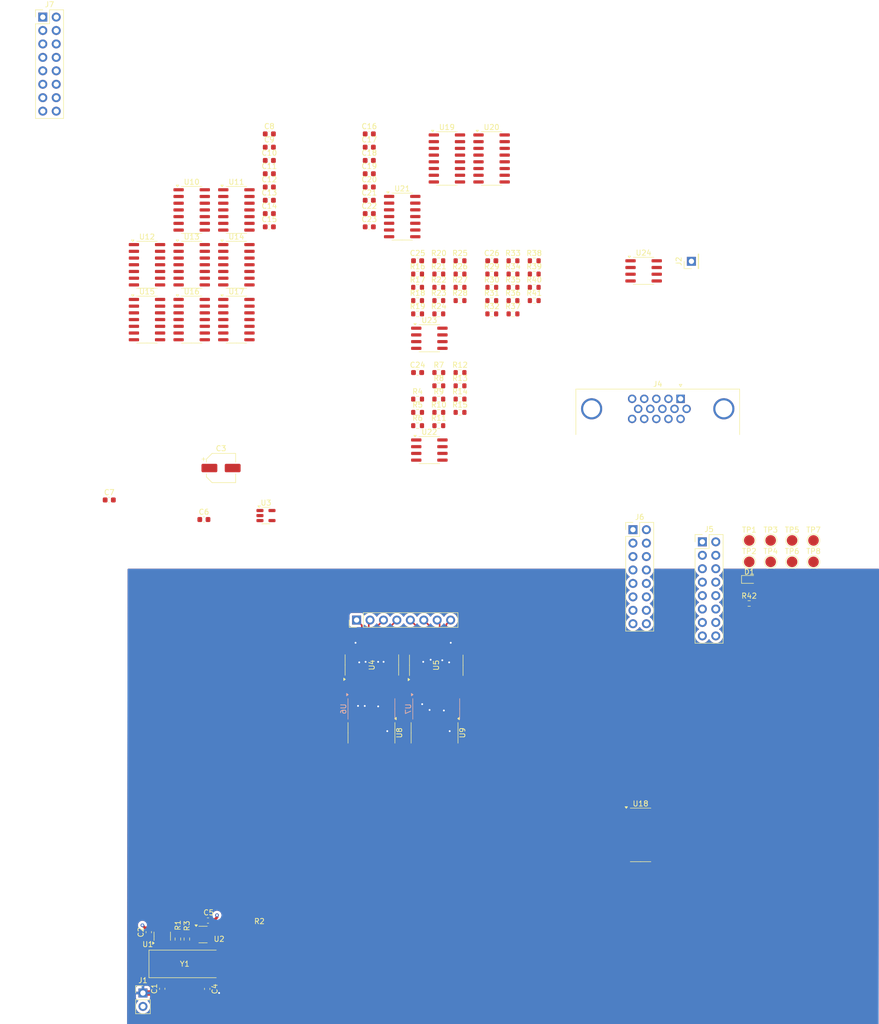
<source format=kicad_pcb>
(kicad_pcb (version 20241229) (generator "pcbnew") (generator_version "9.0")
  (layers (0 "F.Cu" signal) (4 "In1.Cu" signal) (6 "In2.Cu" signal) (2 "B.Cu" signal) (13 "F.Paste" user) (15 "B.Paste" user) (5 "F.SilkS" user "F.Silkscreen") (7 "B.SilkS" user "B.Silkscreen") (1 "F.Mask" user) (3 "B.Mask" user) (25 "Edge.Cuts" user))
  (net 0 "")
  (net 1 "GND")
  (net 2 "Net-(C1-Pad1)")
  (net 3 "+5V")
  (net 4 "Net-(C4-Pad1)")
  (net 5 "/HCounter/CLK")
  (net 6 "/~{OE}")
  (net 7 "/5-bit DAC/AOUT")
  (net 8 "/5-bit DAC1/AOUT")
  (net 9 "/h_sync")
  (net 10 "/v_sync")
  (net 11 "/5-bit DAC2/AOUT")
  (net 12 "/RAM_ADDR2")
  (net 13 "/RAM_ADDR8")
  (net 14 "/RAM_ADDR0")
  (net 15 "/RAM_ADDR10")
  (net 16 "/RAM_ADDR1")
  (net 17 "/RAM_ADDR12")
  (net 18 "/RAM_ADDR3")
  (net 19 "/RAM_ADDR13")
  (net 20 "/RAM_ADDR6")
  (net 21 "/RAM_ADDR11")
  (net 22 "/word_conn/IN15")
  (net 23 "/RAM_ADDR4")
  (net 24 "/RAM_ADDR14")
  (net 25 "/RAM_ADDR5")
  (net 26 "/RAM_ADDR9")
  (net 27 "/RAM_ADDR7")
  (net 28 "/MEMIN2")
  (net 29 "/MEMIN8")
  (net 30 "/MEMIN6")
  (net 31 "/MEMIN0")
  (net 32 "/MEMIN13")
  (net 33 "/MEMIN14")
  (net 34 "/MEMIN1")
  (net 35 "/MEMIN11")
  (net 36 "/MEMIN3")
  (net 37 "/MEMIN9")
  (net 38 "/MEMIN10")
  (net 39 "/MEMIN4")
  (net 40 "/MEMIN5")
  (net 41 "/MEMIN7")
  (net 42 "/MEMIN15")
  (net 43 "/MEMIN12")
  (net 44 "Net-(R1-Pad2)")
  (net 45 "Net-(D1-K)")
  (net 46 "Net-(R10-Pad1)")
  (net 47 "Net-(U22A-+)")
  (net 48 "Net-(U22B-+)")
  (net 49 "Net-(U22A--)")
  (net 50 "Net-(U22B--)")
  (net 51 "/word_conn2/IN15")
  (net 52 "Net-(R4-Pad2)")
  (net 53 "Net-(U23A-+)")
  (net 54 "Net-(U23B-+)")
  (net 55 "Net-(U23A--)")
  (net 56 "Net-(U23B--)")
  (net 57 "Net-(R6-Pad2)")
  (net 58 "Net-(R10-Pad2)")
  (net 59 "Net-(R17-Pad2)")
  (net 60 "Net-(R19-Pad2)")
  (net 61 "Net-(U24A-+)")
  (net 62 "Net-(U24A--)")
  (net 63 "Net-(U24B-+)")
  (net 64 "Net-(U24B--)")
  (net 66 "/VCounter/OE")
  (net 67 "/HCounter/OE")
  (net 69 "Net-(U4-TC)")
  (net 72 "/HCounter/~{READ RESET}")
  (net 79 "/HCounter/~{B5}")
  (net 80 "/HCounter/~{B1}")
  (net 81 "/HCounter/~{B4}")
  (net 82 "/HCounter/~{B2}")
  (net 83 "/HCounter/~{B0}")
  (net 84 "/HCounter/~{B3}")
  (net 85 "/HCounter/~{B7}")
  (net 86 "/HCounter/~{B6}")
  (net 87 "/VCounter/B2")
  (net 88 "/VCounter/~{B2}")
  (net 89 "/VCounter/~{B4}")
  (net 90 "/VCounter/~{B3}")
  (net 91 "/VCounter/~{B5}")
  (net 92 "/HCounter/~{SYNC SET}")
  (net 93 "/HCounter/~{SYNC RESET}")
  (net 94 "/HCounter/~{READ SET}")
  (net 95 "Net-(U12-Pad10)")
  (net 96 "Net-(U12-Pad3)")
  (net 97 "/VCounter/B1")
  (net 98 "/VCounter/B0")
  (net 99 "/VCounter/~{B0}")
  (net 100 "/VCounter/~{B1}")
  (net 101 "/VCounter/~{SYNC SET}")
  (net 102 "/VCounter/B10")
  (net 103 "/VCounter/~{SYNC RESET}")
  (net 104 "/VCounter/~{READ SET}")
  (net 105 "/VCounter/~{READ RESET}")
  (net 109 "Net-(U18-TC)")
  (net 115 "Net-(U19-TC)")
  (net 122 "Net-(U21-Pad10)")
  (net 123 "Net-(U21-Pad3)")
  (net 124 "Net-(R21-Pad2)")
  (net 125 "Net-(R23-Pad2)")
  (net 126 "Net-(R30-Pad2)")
  (net 127 "Net-(R32-Pad2)")
  (net 128 "Net-(R34-Pad2)")
  (net 129 "Net-(R36-Pad2)")
  (footprint "Capacitor_SMD:C_0603_1608Metric" (layer "F.Cu") (at 63.395 23.805)
    (property "Reference" "C16")
    (property "Value" "0.1uF")
  )
  (footprint "Package_SO:SOIC-16_3.9x9.9mm_P1.27mm" (layer "F.Cu") (at 114.7 156.315)
    (property "Reference" "U18")
    (property "Value" "74LS161")
  )
  (footprint "Capacitor_SMD:C_0603_1608Metric" (layer "F.Cu") (at 44.495 33.845)
    (property "Reference" "C12")
    (property "Value" "0.1uF")
  )
  (footprint "Resistor_SMD:R_0603_1608Metric" (layer "F.Cu") (at 76.545 73.935)
    (property "Reference" "R9")
    (property "Value" "20k")
  )
  (footprint "Capacitor_SMD:C_0603_1608Metric" (layer "F.Cu") (at 72.535 47.785)
    (property "Reference" "C25")
    (property "Value" "0.1uF")
  )
  (footprint "Resistor_SMD:R_0603_1608Metric" (layer "F.Cu") (at 80.555 68.915)
    (property "Reference" "R12")
    (property "Value" "10k")
  )
  (footprint "Package_SO:SOIC-8_3.9x4.9mm_P1.27mm" (layer "F.Cu") (at 74.755 83.565)
    (property "Reference" "U22")
    (property "Value" "MC33078")
  )
  (footprint "TestPoint:TestPoint_Pad_D2.0mm" (layer "F.Cu") (at 147.4 100.65)
    (property "Reference" "TP7")
    (property "Value" "TestPoint")
  )
  (footprint "Capacitor_SMD:C_0603_1608Metric" (layer "F.Cu") (at 63.395 28.825)
    (property "Reference" "C18")
    (property "Value" "0.1uF")
  )
  (footprint "Package_SO:SOIC-14_3.9x8.7mm_P1.27mm" (layer "F.Cu") (at 38.265 58.905)
    (property "Reference" "U17")
    (property "Value" "74LS30")
  )
  (footprint "Resistor_SMD:R_0603_1608Metric" (layer "F.Cu") (at 80.555 73.935)
    (property "Reference" "R14")
    (property "Value" "13k")
  )
  (footprint "Resistor_SMD:R_0603_1608Metric" (layer "F.Cu") (at 94.585 50.295)
    (property "Reference" "R39")
    (property "Value" "20k")
  )
  (footprint "Package_SO:SOIC-16_3.9x9.9mm_P1.27mm" (layer "F.Cu") (at 76.0625 124.25 90)
    (property "Reference" "U5")
    (property "Value" "74LS161" (hide yes))
  )
  (footprint "Connector_PinHeader_2.54mm:PinHeader_2x08_P2.54mm_Vertical" (layer "F.Cu") (at 113.26 98.62)
    (property "Reference" "J6")
    (property "Value" "Conn_02x08_Top_Bottom")
  )
  (footprint "Resistor_SMD:R_0603_1608Metric" (layer "F.Cu") (at 76.545 52.805)
    (property "Reference" "R22")
    (property "Value" "20k")
  )
  (footprint "Capacitor_SMD:C_0603_1608Metric" (layer "F.Cu") (at 63.395 38.865)
    (property "Reference" "C22")
    (property "Value" "0.1uF")
  )
  (footprint "Resistor_SMD:R_0603_1608Metric" (layer "F.Cu") (at 80.555 47.785)
    (property "Reference" "R25")
    (property "Value" "10k")
  )
  (footprint "TestPoint:TestPoint_Pad_D2.0mm" (layer "F.Cu") (at 139.3 104.7)
    (property "Reference" "TP4")
    (property "Value" "TestPoint")
  )
  (footprint "Resistor_SMD:R_0603_1608Metric" (layer "F.Cu") (at 86.565 52.805)
    (property "Reference" "R30")
    (property "Value" "20k")
  )
  (footprint "Capacitor_SMD:C_0603_1608Metric" (layer "F.Cu") (at 24.25 185.4 -90)
    (property "Reference" "C1")
    (property "Value" "36 pF" (hide yes))
  )
  (footprint "Capacitor_SMD:C_0603_1608Metric" (layer "F.Cu") (at 14.225 93)
    (property "Reference" "C7")
    (property "Value" "0.1uF")
  )
  (footprint "Resistor_SMD:R_0603_1608Metric" (layer "F.Cu") (at 80.555 50.295)
    (property "Reference" "R26")
    (property "Value" "20k")
  )
  (footprint "Resistor_SMD:R_0603_1608Metric" (layer "F.Cu") (at 76.545 68.915)
    (property "Reference" "R7")
    (property "Value" "20k")
  )
  (footprint "Capacitor_SMD:CP_Elec_5x5.3" (layer "F.Cu") (at 35.365 86.965)
    (property "Reference" "C3")
    (property "Value" "100uF")
  )
  (footprint "Capacitor_SMD:C_0603_1608Metric" (layer "F.Cu") (at 86.565 47.785)
    (property "Reference" "C26")
    (property "Value" "0.1uF")
  )
  (footprint "Capacitor_SMD:C_0603_1608Metric" (layer "F.Cu") (at 72.535 68.915)
    (property "Reference" "C24")
    (property "Value" "0.1uF")
  )
  (footprint "Resistor_SMD:R_0603_1608Metric" (layer "F.Cu") (at 76.545 57.825)
    (property "Reference" "R24")
    (property "Value" "20k")
  )
  (footprint "Resistor_SMD:R_0603_1608Metric" (layer "F.Cu") (at 90.575 55.315)
    (property "Reference" "R36")
    (property "Value" "10k")
  )
  (footprint "Package_SO:SOIC-14_3.9x8.7mm_P1.27mm" (layer "F.Cu") (at 21.365 58.905)
    (property "Reference" "U15")
    (property "Value" "74LS30")
  )
  (footprint "Package_SO:SOIC-8_3.9x4.9mm_P1.27mm" (layer "F.Cu") (at 115.275 49.695)
    (property "Reference" "U24")
    (property "Value" "MC33078")
  )
  (footprint "Resistor_SMD:R_0603_1608Metric" (layer "F.Cu") (at 76.545 55.315)
    (property "Reference" "R23")
    (property "Value" "10k")
  )
  (footprint "Capacitor_SMD:C_0603_1608Metric" (layer "F.Cu") (at 44.495 23.805)
    (property "Reference" "C8")
    (property "Value" "0.1uF")
  )
  (footprint "Resistor_SMD:R_0603_1608Metric" (layer "F.Cu") (at 72.535 78.955)
    (property "Reference" "R6")
    (property "Value" "10k")
  )
  (footprint "Package_TO_SOT_SMD:SOT-23-5" (layer "F.Cu") (at 43.8625 95.95)
    (property "Reference" "U3")
    (property "Value" "74AHC1G00")
  )
  (footprint "Package_SO:SOIC-16_3.9x9.9mm_P1.27mm" (layer "F.Cu") (at 86.525 28.445)
    (property "Reference" "U20")
    (property "Value" "74LS161")
  )
  (footprint "Resistor_SMD:R_0603_1608Metric" (layer "F.Cu") (at 86.565 50.295)
    (property "Reference" "R29")
    (property "Value" "75")
  )
  (footprint "Resistor_SMD:R_0201_0603Metric" (layer "F.Cu") (at 42.62 173.7)
    (property "Reference" "R2")
    (property "Value" "220")
  )
  (footprint "Resistor_SMD:R_0603_1608Metric" (layer "F.Cu") (at 135.23 112.57)
    (property "Reference" "R42")
    (property "Value" "75")
  )
  (footprint "Package_SO:SOIC-16_3.9x9.9mm_P1.27mm" (layer "F.Cu") (at 63.8875 124.2 90)
    (property "Reference" "U4")
    (property "Value" "74LS161" (hide yes))
  )
  (footprint "Capacitor_SMD:C_0603_1608Metric" (layer "F.Cu") (at 63.395 36.355)
    (property "Reference" "C21")
    (property "Value" "0.1uF")
  )
  (footprint "Resistor_SMD:R_0603_1608Metric" (layer "F.Cu") (at 76.545 50.295)
    (property "Reference" "R21")
    (property "Value" "10k")
  )
  (footprint "Resistor_SMD:R_0603_1608Metric" (layer "F.Cu") (at 76.545 71.425)
    (property "Reference" "R8")
    (property "Value" "10k")
  )
  (footprint "TestPoint:TestPoint_Pad_D2.0mm" (layer "F.Cu") (at 139.3 100.65)
    (property "Reference" "TP3")
    (property "Value" "TestPoint")
  )
  (footprint "Connector_PinHeader_2.54mm:PinHeader_1x08_P2.54mm_Vertical" (layer "F.Cu") (at 61 115.7 90)
    (property "Reference" "J3" (hide yes))
    (property "Value" "Conn_01x08" (hide yes))
  )
  (footprint "Resistor_SMD:R_0603_1608Metric" (layer "F.Cu") (at 76.545 47.785)
    (property "Reference" "R20")
    (property "Value" "20k")
  )
  (footprint "TestPoint:TestPoint_Pad_D2.0mm" (layer "F.Cu") (at 147.4 104.7)
    (property "Reference" "TP8")
    (property "Value" "TestPoint")
  )
  (footprint "Resistor_SMD:R_0603_1608Metric" (layer "F.Cu") (at 76.545 78.955)
    (property "Reference" "R11")
    (property "Value" "20k")
  )
  (footprint "Connector_Dsub:DSUB-15-HD_Socket_Horizontal_P2.29x1.90mm_EdgePinOffset3.03mm_Housed_MountingHolesOffset4.94mm" (layer "F.Cu") (at 122.26 73.88)
    (property "Reference" "J4")
    (property "Value" "DE15_Socket_HighDensity_MountingHoles")
  )
  (footprint "Package_SO:SOIC-14_3.9x8.7mm_P1.27mm" (layer "F.Cu") (at 29.815 58.905)
    (property "Reference" "U16")
    (property "Value" "74LS30")
  )
  (footprint "Resistor_SMD:R_0603_1608Metric" (layer "F.Cu") (at 94.585 55.315)
    (property "Reference" "R41")
    (property "Value" "5.1k")
  )
  (footprint "Resistor_SMD:R_0603_1608Metric" (layer "F.Cu") (at 90.575 57.825)
    (property "Reference" "R37")
    (property "Value" "20k")
  )
  (footprint "Package_SO:SOIC-14_3.9x8.7mm_P1.27mm" (layer "F.Cu") (at 38.265 38.175)
    (property "Reference" "U11")
    (property "Value" "74LS30")
  )
  (footprint "Capacitor_SMD:C_0603_1608Metric" (layer "F.Cu") (at 44.495 31.335)
    (property "Reference" "C11")
    (property "Value" "0.1uF")
  )
  (footprint "Capacitor_SMD:C_0603_1608Metric" (layer "F.Cu") (at 44.495 28.825)
    (property "Reference" "C10")
    (property "Value" "0.1uF")
  )
  (footprint "Resistor_SMD:R_0603_1608Metric" (layer "F.Cu") (at 80.555 76.445)
    (property "Reference" "R15")
    (property "Value" "5.1k")
  )
  (footprint "Crystal:Crystal_SMD_HC49-SD" (layer "F.Cu") (at 28.5 180.7)
    (property "Reference" "Y1")
    (property "Value" "13.5 MHz")
  )
  (footprint "Resistor_SMD:R_0603_1608Metric" (layer "F.Cu") (at 80.555 55.315)
    (property "Reference" "R28")
    (property "Value" "5.1k")
  )
  (footprint "Resistor_SMD:R_0603_1608Metric" (layer "F.Cu") (at 28.9 176 -90)
    (property "Reference" "R3")
    (property "Value" "1k" (hide yes))
  )
  (footprint "Capacitor_SMD:C_0603_1608Metric" (layer "F.Cu") (at 32.125 96.7)
    (property "Reference" "C6")
    (property "Value" "50 pF")
  )
  (footprint "Package_SO:SOIC-14_3.9x8.7mm_P1.27mm" (layer "F.Cu") (at 75.74 137.025 -90)
    (property "Reference" "U9")
    (property "Value" "74LS30")
  )
  (footprint "Resistor_SMD:R_0603_1608Metric" (layer "F.Cu") (at 86.565 57.825)
    (property "Reference" "R32")
    (property "Value" "10k")
  )
  (footprint "Capacitor_SMD:C_0603_1608Metric" (layer "F.Cu") (at 63.395 41.375)
    (property "Reference" "C23")
    (property "Value" "0.1uF")
  )
  (footprint "Package_SO:SOIC-14_3.9x8.7mm_P1.27mm" (layer "F.Cu") (at 29.815 48.54)
    (property "Reference" "U13")
    (property "Value" "74AHC04")
  )
  (footprint "Capacitor_SMD:C_0603_1608Metric" (layer "F.Cu") (at 44.495 38.865)
    (property "Reference" "C14")
    (property "Value" "0.1uF")
  )
  (footprint "Resistor_SMD:R_0603_1608Metric" (layer "F.Cu") (at 76.545 76.445)
    (property "Reference" "R10")
    (property "Value" "10k")
  )
  (footprint "Resistor_SMD:R_0603_1608Metric" (layer "F.Cu") (at 80.555 71.425)
    (property "Reference" "R13")
    (property "Value" "20k")
  )
  (footprint "Capacitor_SMD:C_0603_1608Metric" (layer "F.Cu") (at 32.75 185.425 -90)
    (property "Reference" "C4")
    (property "Value" "36 pF" (hide yes))
  )
  (footprint "Resistor_SMD:R_0603_1608Metric" (layer "F.Cu") (at 94.585 52.805)
    (property "Reference" "R40")
    (property "Value" "13k")
  )
  (footprint "Package_SO:SOIC-14_3.9x8.7mm_P1.27mm" (layer "F.Cu") (at 69.625 39.43)
    (property "Reference" "U21")
    (property "Value" "74HC00")
  )
  (footprint "Resistor_SMD:R_0603_1608Metric" (layer "F.Cu") (at 72.535 50.295)
    (property "Reference" "R16")
    (property "Value" "75")
  )
  (footprint "Package_SO:SOIC-8_3.9x4.9mm_P1.27mm" (layer "F.Cu") (at 74.755 62.435)
    (property "Reference" "U23")
    (property "Value" "MC33078")
  )
  (footprint "TestPoint:TestPoint_Pad_D2.0mm" (layer "F.Cu") (at 143.35 104.7)
    (property "Reference" "TP6")
    (property "Value" "TestPoint")
  )
  (footprint "Capacitor_SMD:C_0603_1608Metric" (layer "F.Cu") (at 44.495 41.375)
    (property "Reference" "C15")
    (property "Value" "0.1uF")
  )
  (footprint "TestPoint:TestPoint_Pad_D2.0mm" (layer "F.Cu") (at 143.35 100.65)
    (property "Reference" "TP5")
    (property "Value" "TestPoint")
  )
  (footprint "Connector_PinHeader_2.54mm:PinHeader_1x02_P2.54mm_Vertical" (layer "F.Cu") (at 20.6 186.2)
    (property "Reference" "J1")
    (property "Value" "Conn_01x02" (hide yes))
  )
  (footprint "Resistor_SMD:R_0603_1608Metric" (layer "F.Cu") (at 72.535 73.935)
    (property "Reference" "R4")
    (property "Value" "20k")
  )
  (footprint "Package_SO:SOIC-14_3.9x8.7mm_P1.27mm" (layer "F.Cu") (at 63.81 137.025 -90)
    (property "Reference" "U8")
    (property "Value" "74LS30")
  )
  (footprint "Capacitor_SMD:C_0603_1608Metric" (layer "F.Cu") (at 63.395 31.335)
    (property "Reference" "C19")
    (property "Value" "0.1uF")
  )
  (footprint "Resistor_SMD:R_0603_1608Metric" (layer "F.Cu") (at 86.565 55.315)
    (property "Reference" "R31")
    (property "Value" "20k")
  )
  (footprint "Resistor_SMD:R_0603_1608Metric" (layer "F.Cu") (at 72.535 52.805)
    (property "Reference" "R17")
    (property "Value" "20k")
  )
  (footprint "TestPoint:TestPoint_Pad_D2.0mm" (layer "F.Cu") (at 135.25 100.65)
    (property "Reference" "TP1")
    (property "Value" "TestPoint")
  )
  (footprint "Resistor_SMD:R_0603_1608Metric" (layer "F.Cu") (at 90.575 52.805)
    (property "Reference" "R35")
    (property "Value" "20k")
  )
  (footprint "Connector_PinHeader_2.54mm:PinHeader_2x08_P2.54mm_Vertical" (layer "F.Cu") (at 1.66 1.72)
    (property "Reference" "J7")
    (property "Value" "Conn_02x08_Top_Bottom")
  )
  (footprint "Connector_PinHeader_2.54mm:PinHeader_1x01_P2.54mm_Vertical" (layer "F.Cu") (at 124.31 47.885 90)
    (property "Reference" "J2")
    (property "Value" "Conn_01x01")
  )
  (footprint "Resistor_SMD:R_0603_1608Metric" (layer "F.Cu") (at 94.585 47.785)
    (property "Reference" "R38")
    (property "Value" "10k")
  )
  (footprint "Connector_PinHeader_2.54mm:PinHeader_2x08_P2.54mm_Vertical" (layer "F.Cu") (at 126.38 100.92)
    (property "Reference" "J5")
    (property "Value" "Conn_02x08_Top_Bottom")
  )
  (footprint "TestPoint:TestPoint_Pad_D2.0mm" (layer "F.Cu") (at 135.25 104.7)
    (property "Reference" "TP2")
    (property "Value" "TestPoint")
  )
  (footprint "Capacitor_SMD:C_0603_1608Metric" (layer "F.Cu") (at 21.7 174.7 -90)
    (property "Reference" "C2")
    (property "Value" "0.1uF" (hide yes))
  )
  (footprint "Capacitor_SMD:C_0603_1608Metric" (layer "F.Cu") (at 32.9 172.5 180)
    (property "Reference" "C5")
    (property "Value" "0.1uF" (hide yes))
  )
  (footprint "Capacitor_SMD:C_0603_1608Metric" (layer "F.Cu") (at 63.395 26.315)
    (property "Reference" "C17")
    (property "Value" "0.1uF")
  )
  (footprint "Package_SO:SOIC-14_3.9x8.7mm_P1.27mm" (layer "F.Cu") (at 38.265 48.54)
    (property "Reference" "U14")
    (property "Value" "74LS30")
  )
  (footprint "Capacitor_SMD:C_0603_1608Metric" (layer "F.Cu") (at 63.395 33.845)
    (property "Reference" "C20")
    (property "Value" "0.1uF")
  )
  (footprint "Resistor_SMD:R_0603_1608Metric" (layer "F.Cu") (at 72.535 57.825)
    (property "Reference" "R19")
    (property "Value" "10k")
  )
  (footprint "Package_SO:SOIC-14_3.9x8.7mm_P1.27mm" (layer "F.Cu") (at 29.815 38.175)
    (property "Reference" "U10")
    (property "Value" "74LS30")
  )
  (footprint "Resistor_SMD:R_0603_1608Metric" (layer "F.Cu") (at 72.535 55.315)
    (property "Reference" "R18")
    (property "Value" "20k")
  )
  (footprint "Package_SO:SOIC-16_3.9x9.9mm_P1.27mm" (layer "F.Cu") (at 78.075 28.445)
    (property "Reference" "U19")
    (property "Value" "74LS161")
  )
  (footprint "Resistor_SMD:R_0603_1608Metric" (layer "F.Cu") (at 27.2 176 90)
    (property "Reference" "R1")
    (property "Value" "1M" (hide yes))
  )
  (footprint "Package_TO_SOT_SMD:SOT-23-5" (layer "F.Cu") (at 31.9625 175.15)
    (property "Reference" "U2")
    (property "Value" "74AHC1G14" (hide yes))
  )
  (footprint "Package_TO_SOT_SMD:SOT-23-5" (layer "F.Cu") (at 24.25 175.4625 90)
    (property "Reference" "U1")
    (property "Value" "74AHC1GU04" (hide yes))
  )
  (footprint "LED_SMD:LED_0603_1608Metric" (layer "F.Cu") (at 135.27 108.02)
    (property "Reference" "D1")
    (property "Value" "LED")
  )
  (footprint "Capacitor_SMD:C_0603_1608Metric" (layer "F.Cu") (at 44.495 26.315)
    (property "Reference" "C9")
    (property "Value" "0.1uF")
  )
  (footprint "Resistor_SMD:R_0603_1608Metric" (layer "F.Cu") (at 80.555 52.805)
    (property "Reference" "R27")
    (property "Value" "13k")
  )
  (footprint "Resistor_SMD:R_0603_1608Metric" (layer "F.Cu") (at 90.575 47.785)
    (property "Reference" "R33")
    (property "Value" "20k")
  )
  (footprint "Package_SO:SOIC-14_3.9x8.7mm_P1.27mm" (layer "F.Cu") (at 21.365 48.54)
    (property "Reference" "U12")
    (property "Value" "74HC00")
  )
  (footprint "Capacitor_SMD:C_0603_1608Metric" (layer "F.Cu") (at 44.495 36.355)
    (property "Reference" "C13")
    (property "Value" "0.1uF")
  )
  (footprint "Resistor_SMD:R_0603_1608Metric" (layer "F.Cu") (at 72.535 76.445)
    (property "Reference" "R5")
    (property "Value" "20k")
  )
  (footprint "Resistor_SMD:R_0603_1608Metric" (layer "F.Cu") (at 90.575 50.295)
    (property "Reference" "R34")
    (property "Value" "10k")
  )
  (footprint "Package_SO:SOIC-14_3.9x8.7mm_P1.27mm" (layer "B.Cu") (at 63.8 132.5 -90)
    (property "Reference" "U6")
    (property "Value" "74AHC04")
  )
  (footprint "Package_SO:SOIC-14_3.9x8.7mm_P1.27mm" (layer "B.Cu") (at 76.055 132.5 -90)
    (property "Reference" "U7")
    (property "Value" "74AHC04")
  )
  (segment (start 30.825 176.1) (end 31.487499 176.1) (width 0.5) (layer "F.Cu") (net 1))
  (segment (start 24.737499 175.475) (end 25.2 175.937501) (width 0.5) (layer "F.Cu") (net 1))
  (segment (start 20.6 186.2) (end 32.75 186.2) (width 1) (layer "F.Cu") (net 1))
  (segment (start 21.7 175.475) (end 24.737499 175.475) (width 0.5) (layer "F.Cu") (net 1))
  (segment (start 25.2 175.937501) (end 25.2 176.6) (width 0.5) (layer "F.Cu") (net 1))
  (segment (start 31.487499 176.1) (end 31.9865 175.600999) (width 0.5) (layer "F.Cu") (net 1))
  (segment (start 31.9865 175.600999) (end 31.9865 172.6385) (width 0.5) (layer "F.Cu") (net 1))
  (segment (start 31.9865 172.6385) (end 32.125 172.5) (width 0.5) (layer "F.Cu") (net 1))
  (segment (start 32.75 186.2) (end 35 186.2) (width 1) (layer "F.Cu") (net 1))
  (via (at 35 186.2) (size 0.7) (drill 0.35) (layers "F.Cu" "B.Cu") (net 1))
  (segment (start 24.25 184.625) (end 24.25 180.7) (width 0.5) (layer "F.Cu") (net 2))
  (segment (start 24.25 180.7) (end 24.25 176.6) (width 0.5) (layer "F.Cu") (net 2))
  (segment (start 27.2 177.75) (end 27.2 176.825) (width 0.5) (layer "F.Cu") (net 2))
  (segment (start 24.25 180.7) (end 27.2 177.75) (width 0.5) (layer "F.Cu") (net 2))
  (segment (start 34.6 171.9) (end 34.6 171.5) (width 0.5) (layer "F.Cu") (net 3))
  (segment (start 33.675 172.5) (end 34 172.5) (width 0.5) (layer "F.Cu") (net 3))
  (segment (start 22.9 173.925) (end 23.3 174.325) (width 0.5) (layer "F.Cu") (net 3))
  (segment (start 34 172.5) (end 34.6 171.9) (width 0.5) (layer "F.Cu") (net 3))
  (segment (start 33.1 174.2) (end 33.1 173.075) (width 0.5) (layer "F.Cu") (net 3))
  (segment (start 21.025 173.925) (end 20.5 173.4) (width 0.5) (layer "F.Cu") (net 3))
  (segment (start 21.7 173.925) (end 22.9 173.925) (width 0.5) (layer "F.Cu") (net 3))
  (segment (start 21.7 173.925) (end 21.025 173.925) (width 0.5) (layer "F.Cu") (net 3))
  (segment (start 33.1 173.075) (end 33.675 172.5) (width 0.5) (layer "F.Cu") (net 3))
  (via (at 20.5 173.4) (size 0.7) (drill 0.35) (layers "F.Cu" "B.Cu") (net 3))
  (via (at 34.6 171.5) (size 0.7) (drill 0.35) (layers "F.Cu" "B.Cu") (net 3))
  (segment (start 28.9 176.85) (end 32.75 180.7) (width 0.5) (layer "F.Cu") (net 4))
  (segment (start 28.9 176.825) (end 28.9 176.85) (width 0.5) (layer "F.Cu") (net 4))
  (segment (start 32.75 184.65) (end 32.75 180.7) (width 0.5) (layer "F.Cu") (net 4))
  (segment (start 65.07 123.37) (end 64.5225 122.8225) (width 0.3) (layer "F.Cu") (net 12))
  (segment (start 65.07 123.6) (end 65.07 123.37) (width 0.3) (layer "F.Cu") (net 12))
  (segment (start 64.5225 117.2575) (end 66.08 115.7) (width 0.3) (layer "F.Cu") (net 12))
  (segment (start 64.5225 122.8225) (end 64.5225 121.725) (width 0.3) (layer "F.Cu") (net 12))
  (segment (start 65.08 134.55) (end 65.08 132.02) (width 0.3) (layer "F.Cu") (net 12))
  (segment (start 64.5225 121.725) (end 64.5225 117.2575) (width 0.3) (layer "F.Cu") (net 12))
  (via (at 65.08 132.02) (size 0.7) (drill 0.35) (layers "F.Cu" "B.Cu") (net 12))
  (via (at 65.07 123.6) (size 0.7) (drill 0.35) (layers "F.Cu" "B.Cu") (net 12))
  (segment (start 65.07 123.6) (end 65.07 130.025) (width 0.3) (layer "B.Cu") (net 12))
  (segment (start 65.08 132.02) (end 65.08 130.035) (width 0.3) (layer "B.Cu") (net 12))
  (segment (start 65.08 130.035) (end 65.07 130.025) (width 0.3) (layer "B.Cu") (net 12))
  (segment (start 61.9825 121.725) (end 61.9825 116.6825) (width 0.3) (layer "F.Cu") (net 14))
  (segment (start 61.9825 123.2175) (end 61.5 123.7) (width 0.3) (layer "F.Cu") (net 14))
  (segment (start 61.9825 116.6825) (end 61 115.7) (width 0.3) (layer "F.Cu") (net 14))
  (segment (start 61.9825 121.725) (end 61.9825 123.2175) (width 0.3) (layer "F.Cu") (net 14))
  (via (at 61.5 123.7) (size 0.7) (drill 0.35) (layers "F.Cu" "B.Cu") (net 14))
  (segment (start 59.99 130.025) (end 59.99 125.21) (width 0.3) (layer "B.Cu") (net 14))
  (segment (start 59.99 125.21) (end 61.5 123.7) (width 0.3) (layer "B.Cu") (net 14))
  (segment (start 63.54 115.7) (end 63.3 115.94) (width 0.3) (layer "F.Cu") (net 16))
  (segment (start 63.2525 121.725) (end 63.2525 123.0475) (width 0.3) (layer "F.Cu") (net 16))
  (segment (start 63.2525 123.0475) (end 62.7 123.6) (width 0.3) (layer "F.Cu") (net 16))
  (segment (start 62.54 134.55) (end 62.54 131.94) (width 0.3) (layer "F.Cu") (net 16))
  (segment (start 63.3 115.94) (end 63.3 121.6775) (width 0.3) (layer "F.Cu") (net 16))
  (segment (start 63.3 121.6775) (end 63.2525 121.725) (width 0.3) (layer "F.Cu") (net 16))
  (via (at 62.54 131.94) (size 0.7) (drill 0.35) (layers "F.Cu" "B.Cu") (net 16))
  (via (at 62.7 123.6) (size 0.7) (drill 0.35) (layers "F.Cu" "B.Cu") (net 16))
  (segment (start 62.54 131.94) (end 62.54 130.035) (width 0.3) (layer "B.Cu") (net 16))
  (segment (start 62.54 130.035) (end 62.53 130.025) (width 0.3) (layer "B.Cu") (net 16))
  (segment (start 62.53 130.025) (end 62.53 123.77) (width 0.3) (layer "B.Cu") (net 16))
  (segment (start 62.53 123.77) (end 62.7 123.6) (width 0.3) (layer "B.Cu") (net 16))
  (segment (start 65.7925 118.5275) (end 68.62 115.7) (width 0.3) (layer "F.Cu") (net 18))
  (segment (start 65.7925 121.725) (end 65.7925 123.2925) (width 0.3) (layer "F.Cu") (net 18))
  (segment (start 65.7925 121.725) (end 65.7925 118.5275) (width 0.3) (layer "F.Cu") (net 18))
  (segment (start 65.7925 123.2925) (end 66.1 123.6) (width 0.3) (layer "F.Cu") (net 18))
  (via (at 66.1 123.6) (size 0.7) (drill 0.35) (layers "F.Cu" "B.Cu") (net 18))
  (segment (start 66.34 134.975) (end 66.34 133.66) (width 0.3) (layer "B.Cu") (net 18))
  (segment (start 66.34 133.66) (end 68.6 131.4) (width 0.3) (layer "B.Cu") (net 18))
  (segment (start 68.6 126) (end 66.2 123.6) (width 0.3) (layer "B.Cu") (net 18))
  (segment (start 66.2 123.6) (end 66.1 123.6) (width 0.3) (layer "B.Cu") (net 18))
  (segment (start 68.6 131.4) (end 68.6 126) (width 0.3) (layer "B.Cu") (net 18))
  (segment (start 76.7 121.7725) (end 76.6975 121.775) (width 0.3) (layer "F.Cu") (net 20))
  (segment (start 76.24 115.7) (end 76.7 116.16) (width 0.3) (layer "F.Cu") (net 20))
  (segment (start 76.6975 121.775) (end 76.6975 122.7975) (width 0.3) (layer "F.Cu") (net 20))
  (segment (start 76.7 116.16) (end 76.7 121.7725) (width 0.3) (layer "F.Cu") (net 20))
  (segment (start 76.6975 122.7975) (end 77.2 123.3) (width 0.3) (layer "F.Cu") (net 20))
  (via (at 77.2 123.3) (size 0.7) (drill 0.35) (layers "F.Cu" "B.Cu") (net 20))
  (segment (start 77.325 123.425) (end 77.2 123.3) (width 0.3) (layer "B.Cu") (net 20))
  (segment (start 77.325 130.025) (end 77.325 123.425) (width 0.3) (layer "B.Cu") (net 20))
  (segment (start 71.16 115.7) (end 74.1575 118.6975) (width 0.3) (layer "F.Cu") (net 23))
  (segment (start 74.1575 123.0425) (end 73.6 123.6) (width 0.3) (layer "F.Cu") (net 23))
  (segment (start 74.1575 118.6975) (end 74.1575 121.775) (width 0.3) (layer "F.Cu") (net 23))
  (segment (start 74.1575 121.775) (end 74.1575 123.0425) (width 0.3) (layer "F.Cu") (net 23))
  (via (at 73.6 123.6) (size 0.7) (drill 0.35) (layers "F.Cu" "B.Cu") (net 23))
  (segment (start 72.245 130.025) (end 72.245 124.955) (width 0.3) (layer "B.Cu") (net 23))
  (segment (start 72.245 124.955) (end 73.6 123.6) (width 0.3) (layer "B.Cu") (net 23))
  (segment (start 75.4275 117.4275) (end 75.4275 121.775) (width 0.3) (layer "F.Cu") (net 25))
  (segment (start 75.4275 121.775) (end 75.4275 122.7725) (width 0.3) (layer "F.Cu") (net 25))
  (segment (start 75.4275 122.7725) (end 75 123.2) (width 0.3) (layer "F.Cu") (net 25))
  (segment (start 69.57 132.6) (end 67.62 134.55) (width 0.3) (layer "F.Cu") (net 25))
  (segment (start 74.7 132.6) (end 69.57 132.6) (width 0.3) (layer "F.Cu") (net 25))
  (segment (start 73.7 115.7) (end 75.4275 117.4275) (width 0.3) (layer "F.Cu") (net 25))
  (segment (start 74.8 132.7) (end 74.7 132.6) (width 0.3) (layer "F.Cu") (net 25))
  (via (at 74.8 132.7) (size 0.7) (drill 0.35) (layers "F.Cu" "B.Cu") (net 25))
  (via (at 75 123.2) (size 0.7) (drill 0.35) (layers "F.Cu" "B.Cu") (net 25))
  (segment (start 74.785 123.415) (end 75 123.2) (width 0.3) (layer "B.Cu") (net 25))
  (segment (start 74.785 130.025) (end 74.785 123.415) (width 0.3) (layer "B.Cu") (net 25))
  (segment (start 74.8 132.7) (end 74.8 131.8) (width 0.3) (layer "B.Cu") (net 25))
  (segment (start 74.8 131.8) (end 74.785 131.785) (width 0.3) (layer "B.Cu") (net 25))
  (segment (start 74.785 131.785) (end 74.785 130.025) (width 0.3) (layer "B.Cu") (net 25))
  (segment (start 77.9675 121.775) (end 77.9675 123.1675) (width 0.3) (layer "F.Cu") (net 27))
  (segment (start 65.505001 138.1) (end 77.2 138.1) (width 0.3) (layer "F.Cu") (net 27))
  (segment (start 77.2 138.1) (end 78.6 136.7) (width 0.3) (layer "F.Cu") (net 27))
  (segment (start 78.78 115.7) (end 77.9675 116.5125) (width 0.3) (layer "F.Cu") (net 27))
  (segment (start 65.08 138.525001) (end 65.505001 138.1) (width 0.3) (layer "F.Cu") (net 27))
  (segment (start 77.9675 123.1675) (end 78.5 123.7) (width 0.3) (layer "F.Cu") (net 27))
  (segment (start 65.08 139.5) (end 65.08 138.525001) (width 0.3) (layer "F.Cu") (net 27))
  (segment (start 77.9675 116.5125) (end 77.9675 121.775) (width 0.3) (layer "F.Cu") (net 27))
  (via (at 78.5 123.7) (size 0.7) (drill 0.35) (layers "F.Cu" "B.Cu") (net 27))
  (via (at 78.6 136.7) (size 0.7) (drill 0.35) (layers "F.Cu" "B.Cu") (net 27))
  (segment (start 78.595 136.695) (end 78.6 136.7) (width 0.3) (layer "B.Cu") (net 27))
  (segment (start 80.516 131.061678) (end 80.516 125.716) (width 0.3) (layer "B.Cu") (net 27))
  (segment (start 80.516 125.716) (end 78.5 123.7) (width 0.3) (layer "B.Cu") (net 27))
  (segment (start 78.595 134.975) (end 78.595 132.982678) (width 0.3) (layer "B.Cu") (net 27))
  (segment (start 78.595 134.975) (end 78.595 136.695) (width 0.3) (layer "B.Cu") (net 27))
  (segment (start 78.595 132.982678) (end 80.516 131.061678) (width 0.3) (layer "B.Cu") (net 27))
  (segment (start 30.8 175.175) (end 30.825 175.15) (width 0.5) (layer "F.Cu") (net 44))
  (segment (start 27.2 175.175) (end 28.9 175.175) (width 0.5) (layer "F.Cu") (net 44))
  (segment (start 26.05 175.175) (end 25.2 174.325) (width 0.5) (layer "F.Cu") (net 44))
  (segment (start 28.9 175.175) (end 30.8 175.175) (width 0.5) (layer "F.Cu") (net 44))
  (segment (start 27.2 175.175) (end 26.05 175.175) (width 0.5) (layer "F.Cu") (net 44))
  (segment (start 60.7125 121.725) (end 60.7125 120.0875) (width 0.3) (layer "F.Cu") (net 69))
  (segment (start 60.7125 120.0875) (end 60.8 120) (width 0.3) (layer "F.Cu") (net 69))
  (segment (start 79.2375 120.4375) (end 79.2375 121.775) (width 0.3) (layer "F.Cu") (net 69))
  (segment (start 78.8 120) (end 79.2375 120.4375) (width 0.3) (layer "F.Cu") (net 69))
  (via (at 60.8 120) (size 0.7) (drill 0.35) (layers "F.Cu" "B.Cu") (net 69))
  (via (at 78.8 120) (size 0.7) (drill 0.35) (layers "F.Cu" "B.Cu") (net 69))
  (segment (start 60.8 120) (end 78.8 120) (width 0.3) (layer "B.Cu") (net 69))
  (segment (start 68.325001 131.6) (end 66.35 133.575001) (width 0.3) (layer "F.Cu") (net 81))
  (segment (start 66.35 133.575001) (end 66.35 134.55) (width 0.3) (layer "F.Cu") (net 81))
  (segment (start 73.4 131.6) (end 68.325001 131.6) (width 0.3) (layer "F.Cu") (net 81))
  (via (at 73.4 131.6) (size 0.7) (drill 0.35) (layers "F.Cu" "B.Cu") (net 81))
  (segment (start 73.515 131.485) (end 73.4 131.6) (width 0.3) (layer "B.Cu") (net 81))
  (segment (start 73.515 130.025) (end 73.515 131.485) (width 0.3) (layer "B.Cu") (net 81))
  (segment (start 61.27 134.55) (end 61.27 131.93) (width 0.3) (layer "F.Cu") (net 83))
  (via (at 61.27 131.93) (size 0.7) (drill 0.35) (layers "F.Cu" "B.Cu") (net 83))
  (segment (start 61.27 131.93) (end 61.27 130.035) (width 0.3) (layer "B.Cu") (net 83))
  (segment (start 61.27 130.035) (end 61.26 130.025) (width 0.3) (layer "B.Cu") (net 83))
  (segment (start 66.8 136.7) (end 64.985001 136.7) (width 0.3) (layer "F.Cu") (net 84))
  (segment (start 63.81 135.524999) (end 63.81 134.55) (width 0.3) (layer "F.Cu") (net 84))
  (segment (start 64.985001 136.7) (end 63.81 135.524999) (width 0.3) (layer "F.Cu") (net 84))
  (via (at 66.8 136.7) (size 0.7) (drill 0.35) (layers "F.Cu" "B.Cu") (net 84))
  (segment (start 66.8 136.7) (end 67.4 136.7) (width 0.3) (layer "B.Cu") (net 84))
  (segment (start 67.4 136.7) (end 67.61 136.49) (width 0.3) (layer "B.Cu") (net 84))
  (segment (start 67.61 136.49) (end 67.61 134.975) (width 0.3) (layer "B.Cu") (net 84))
  (segment (start 63.81 138.525001) (end 63.81 139.5) (width 0.3) (layer "F.Cu") (net 86))
  (segment (start 77.5 132.8) (end 72.899 137.401) (width 0.3) (layer "F.Cu") (net 86))
  (segment (start 72.899 137.401) (end 64.934001 137.401) (width 0.3) (layer "F.Cu") (net 86))
  (segment (start 64.934001 137.401) (end 63.81 138.525001) (width 0.3) (layer "F.Cu") (net 86))
  (via (at 77.5 132.8) (size 0.7) (drill 0.35) (layers "F.Cu" "B.Cu") (net 86))
  (segment (start 77.5 132.8) (end 78.595 131.705) (width 0.3) (layer "B.Cu") (net 86))
  (segment (start 78.595 131.705) (end 78.595 130.025) (width 0.3) (layer "B.Cu") (net 86))
  (zone (net 1) (net_name "GND") (layers "F.Cu" "B.Cu" "In1.Cu") (connect_pads (clearance 0.5)) (min_thickness 0.25) (fill yes (thermal_gap 0.5) (thermal_bridge_width 0.5))
    (polygon (pts (xy 17.6 192.1) (xy 17.7 106) (xy 159.8 106) (xy 159.7 192.1)))
  )
)
</source>
